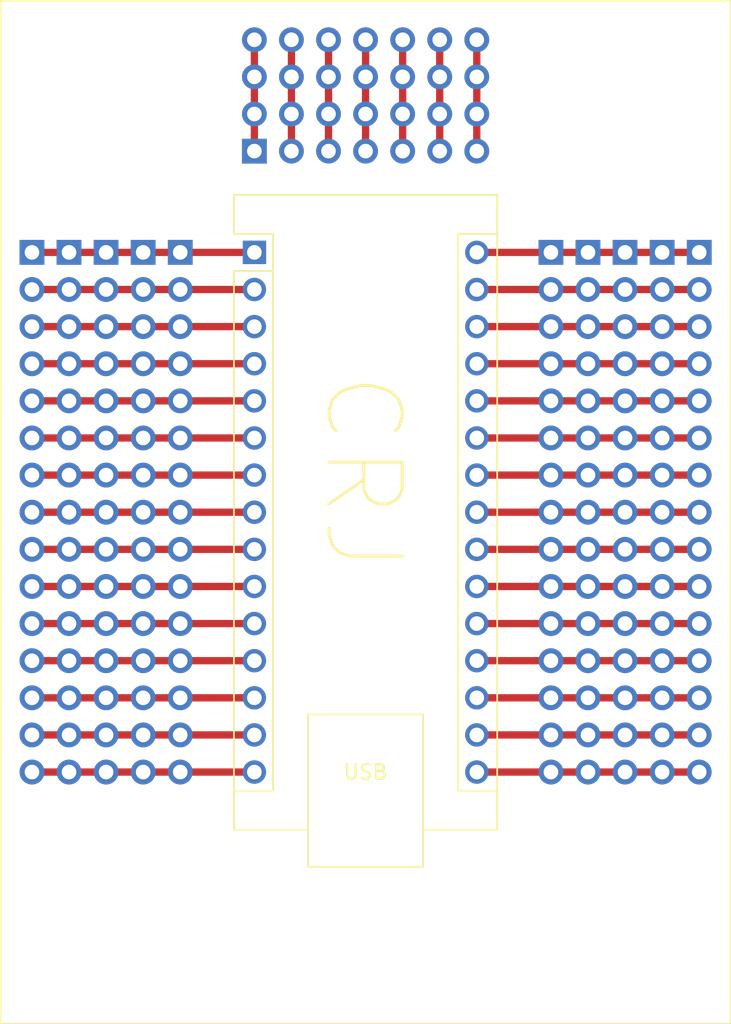
<source format=kicad_pcb>
(kicad_pcb (version 20241229) (generator "pcbnew") (generator_version "9.0")
  (layers (0 "F.Cu" signal) (2 "B.Cu" signal) (13 "F.Paste" user) (15 "B.Paste" user) (5 "F.SilkS" user "F.Silkscreen") (7 "B.SilkS" user "B.Silkscreen") (1 "F.Mask" user) (3 "B.Mask" user) (25 "Edge.Cuts" user))
  (net 0 "")
  (footprint "Footprints_cez:Arduino nano breakout_mount" (layer "F.Cu") (at 155 68)
    (property "Reference" "REF**" (hide yes))
    (property "Value" "Arduino nano breakout_mount" (hide yes))
    (fp_line (start -7.4 -5.97) (end -7.4 -3.3) (stroke (width 0.12)) (layer "F.SilkS"))
    (fp_line (start -7.4 -0.76) (end -7.4 37.47) (stroke (width 0.12)) (layer "F.SilkS"))
    (fp_line (start -7.4 37.47) (end -2.32 37.47) (stroke (width 0.12)) (layer "F.SilkS"))
    (fp_line (start -4.73 -3.3) (end -7.4 -3.3) (stroke (width 0.12)) (layer "F.SilkS"))
    (fp_line (start -4.73 -0.76) (end -7.4 -0.76) (stroke (width 0.12)) (layer "F.SilkS"))
    (fp_line (start -4.73 -0.76) (end -4.73 -3.3) (stroke (width 0.12)) (layer "F.SilkS"))
    (fp_line (start -4.73 -0.76) (end -4.73 34.8) (stroke (width 0.12)) (layer "F.SilkS"))
    (fp_line (start -4.73 34.8) (end -7.4 34.8) (stroke (width 0.12)) (layer "F.SilkS"))
    (fp_line (start -2.32 29.59) (end 5.56 29.59) (stroke (width 0.12)) (layer "F.SilkS"))
    (fp_line (start -2.32 40.01) (end -2.32 29.59) (stroke (width 0.12)) (layer "F.SilkS"))
    (fp_line (start 5.56 29.59) (end 5.56 40.01) (stroke (width 0.12)) (layer "F.SilkS"))
    (fp_line (start 5.56 40.01) (end -2.32 40.01) (stroke (width 0.12)) (layer "F.SilkS"))
    (fp_line (start 7.97 -3.3) (end 7.97 34.8) (stroke (width 0.12)) (layer "F.SilkS"))
    (fp_line (start 7.97 -3.3) (end 10.64 -3.3) (stroke (width 0.12)) (layer "F.SilkS"))
    (fp_line (start 7.97 34.8) (end 10.64 34.8) (stroke (width 0.12)) (layer "F.SilkS"))
    (fp_line (start 10.64 -5.97) (end -7.4 -5.97) (stroke (width 0.12)) (layer "F.SilkS"))
    (fp_line (start 10.64 37.47) (end 5.56 37.47) (stroke (width 0.12)) (layer "F.SilkS"))
    (fp_line (start 10.64 37.47) (end 10.64 -5.97) (stroke (width 0.12)) (layer "F.SilkS"))
    (fp_rect (start -23.38 -19.250375) (end 26.62 50.749625) (stroke (width 0.1)) (fill no) (layer "F.SilkS"))
    (fp_text user "CRJ" (at -1.5 6 270) (layer "F.SilkS") (effects (font (size 5 5) (thickness 0.2)) (justify left bottom)))
    (fp_text user "USB" (at 1.62 33.53 0) (layer "F.SilkS"))
    (pad "" np_thru_hole circle (at -15 -11.5) (size 2 2) (drill 2.7) (layers "*.Cu" "*.Mask"))
    (pad "" np_thru_hole circle (at -15 43) (size 2 2) (drill 2.7) (layers "*.Cu" "*.Mask"))
    (pad "" np_thru_hole circle (at 18.24 -11.5) (size 2 2) (drill 2.7) (layers "*.Cu" "*.Mask"))
    (pad "" np_thru_hole circle (at 18.24 43) (size 2 2) (drill 2.7) (layers "*.Cu" "*.Mask"))
    (pad "1" thru_hole rect (at -21.24 -2.03) (size 1.7 1.7) (drill 1) (layers "*.Cu" "*.Mask"))
    (pad "1" thru_hole rect (at -18.7 -2.03) (size 1.7 1.7) (drill 1) (layers "*.Cu" "*.Mask"))
    (pad "1" thru_hole rect (at -16.16 -2.03) (size 1.7 1.7) (drill 1) (layers "*.Cu" "*.Mask"))
    (pad "1" thru_hole rect (at -13.62 -2.03) (size 1.7 1.7) (drill 1) (layers "*.Cu" "*.Mask"))
    (pad "1" thru_hole rect (at -11.08 -2.03) (size 1.7 1.7) (drill 1) (layers "*.Cu" "*.Mask"))
    (pad "1" thru_hole circle (at -6 -14.04 90) (size 1.7 1.7) (drill 1) (layers "*.Cu" "*.Mask"))
    (pad "1" thru_hole rect (at -6 -8.96 90) (size 1.7 1.7) (drill 1) (layers "*.Cu" "*.Mask"))
    (pad "1" thru_hole rect (at -6 -2.03) (size 1.6 1.6) (drill 1) (layers "*.Cu" "*.Mask"))
    (pad "1" thru_hole rect (at 14.32 -2.03) (size 1.7 1.7) (drill 1) (layers "*.Cu" "*.Mask"))
    (pad "1" thru_hole rect (at 16.86 -2.03) (size 1.7 1.7) (drill 1) (layers "*.Cu" "*.Mask"))
    (pad "1" thru_hole rect (at 19.4 -2.03) (size 1.7 1.7) (drill 1) (layers "*.Cu" "*.Mask"))
    (pad "1" thru_hole rect (at 21.94 -2.03) (size 1.7 1.7) (drill 1) (layers "*.Cu" "*.Mask"))
    (pad "1" thru_hole rect (at 24.48 -2.03) (size 1.7 1.7) (drill 1) (layers "*.Cu" "*.Mask"))
    (pad "2" thru_hole oval (at -21.24 0.51) (size 1.7 1.7) (drill 1) (layers "*.Cu" "*.Mask"))
    (pad "2" thru_hole oval (at -18.7 0.51) (size 1.7 1.7) (drill 1) (layers "*.Cu" "*.Mask"))
    (pad "2" thru_hole oval (at -16.16 0.51) (size 1.7 1.7) (drill 1) (layers "*.Cu" "*.Mask"))
    (pad "2" thru_hole oval (at -13.62 0.51) (size 1.7 1.7) (drill 1) (layers "*.Cu" "*.Mask"))
    (pad "2" thru_hole oval (at -11.08 0.51) (size 1.7 1.7) (drill 1) (layers "*.Cu" "*.Mask"))
    (pad "2" thru_hole oval (at -6 -16.58 90) (size 1.7 1.7) (drill 1) (layers "*.Cu" "*.Mask"))
    (pad "2" thru_hole oval (at -6 -11.5 90) (size 1.7 1.7) (drill 1) (layers "*.Cu" "*.Mask"))
    (pad "2" thru_hole oval (at -6 0.51) (size 1.6 1.6) (drill 1) (layers "*.Cu" "*.Mask"))
    (pad "2" thru_hole oval (at 14.32 0.51) (size 1.7 1.7) (drill 1) (layers "*.Cu" "*.Mask"))
    (pad "2" thru_hole oval (at 16.86 0.51) (size 1.7 1.7) (drill 1) (layers "*.Cu" "*.Mask"))
    (pad "2" thru_hole oval (at 19.4 0.51) (size 1.7 1.7) (drill 1) (layers "*.Cu" "*.Mask"))
    (pad "2" thru_hole oval (at 21.94 0.51) (size 1.7 1.7) (drill 1) (layers "*.Cu" "*.Mask"))
    (pad "2" thru_hole oval (at 24.48 0.51) (size 1.7 1.7) (drill 1) (layers "*.Cu" "*.Mask"))
    (pad "3" thru_hole oval (at -21.24 3.05) (size 1.7 1.7) (drill 1) (layers "*.Cu" "*.Mask"))
    (pad "3" thru_hole oval (at -18.7 3.05) (size 1.7 1.7) (drill 1) (layers "*.Cu" "*.Mask"))
    (pad "3" thru_hole oval (at -16.16 3.05) (size 1.7 1.7) (drill 1) (layers "*.Cu" "*.Mask"))
    (pad "3" thru_hole oval (at -13.62 3.05) (size 1.7 1.7) (drill 1) (layers "*.Cu" "*.Mask"))
    (pad "3" thru_hole oval (at -11.08 3.05) (size 1.7 1.7) (drill 1) (layers "*.Cu" "*.Mask"))
    (pad "3" thru_hole oval (at -6 3.05) (size 1.6 1.6) (drill 1) (layers "*.Cu" "*.Mask"))
    (pad "3" thru_hole oval (at -3.46 -14.04 90) (size 1.7 1.7) (drill 1) (layers "*.Cu" "*.Mask"))
    (pad "3" thru_hole oval (at -3.46 -8.96 90) (size 1.7 1.7) (drill 1) (layers "*.Cu" "*.Mask"))
    (pad "3" thru_hole oval (at 14.32 3.05) (size 1.7 1.7) (drill 1) (layers "*.Cu" "*.Mask"))
    (pad "3" thru_hole oval (at 16.86 3.05) (size 1.7 1.7) (drill 1) (layers "*.Cu" "*.Mask"))
    (pad "3" thru_hole oval (at 19.4 3.05) (size 1.7 1.7) (drill 1) (layers "*.Cu" "*.Mask"))
    (pad "3" thru_hole oval (at 21.94 3.05) (size 1.7 1.7) (drill 1) (layers "*.Cu" "*.Mask"))
    (pad "3" thru_hole oval (at 24.48 3.05) (size 1.7 1.7) (drill 1) (layers "*.Cu" "*.Mask"))
    (pad "4" thru_hole oval (at -21.24 5.59) (size 1.7 1.7) (drill 1) (layers "*.Cu" "*.Mask"))
    (pad "4" thru_hole oval (at -18.7 5.59) (size 1.7 1.7) (drill 1) (layers "*.Cu" "*.Mask"))
    (pad "4" thru_hole oval (at -16.16 5.59) (size 1.7 1.7) (drill 1) (layers "*.Cu" "*.Mask"))
    (pad "4" thru_hole oval (at -13.62 5.59) (size 1.7 1.7) (drill 1) (layers "*.Cu" "*.Mask"))
    (pad "4" thru_hole oval (at -11.08 5.59) (size 1.7 1.7) (drill 1) (layers "*.Cu" "*.Mask"))
    (pad "4" thru_hole oval (at -6 5.59) (size 1.6 1.6) (drill 1) (layers "*.Cu" "*.Mask"))
    (pad "4" thru_hole oval (at -3.46 -16.58 90) (size 1.7 1.7) (drill 1) (layers "*.Cu" "*.Mask"))
    (pad "4" thru_hole oval (at -3.46 -11.5 90) (size 1.7 1.7) (drill 1) (layers "*.Cu" "*.Mask"))
    (pad "4" thru_hole oval (at 14.32 5.59) (size 1.7 1.7) (drill 1) (layers "*.Cu" "*.Mask"))
    (pad "4" thru_hole oval (at 16.86 5.59) (size 1.7 1.7) (drill 1) (layers "*.Cu" "*.Mask"))
    (pad "4" thru_hole oval (at 19.4 5.59) (size 1.7 1.7) (drill 1) (layers "*.Cu" "*.Mask"))
    (pad "4" thru_hole oval (at 21.94 5.59) (size 1.7 1.7) (drill 1) (layers "*.Cu" "*.Mask"))
    (pad "4" thru_hole oval (at 24.48 5.59) (size 1.7 1.7) (drill 1) (layers "*.Cu" "*.Mask"))
    (pad "5" thru_hole oval (at -21.24 8.13) (size 1.7 1.7) (drill 1) (layers "*.Cu" "*.Mask"))
    (pad "5" thru_hole oval (at -18.7 8.13) (size 1.7 1.7) (drill 1) (layers "*.Cu" "*.Mask"))
    (pad "5" thru_hole oval (at -16.16 8.13) (size 1.7 1.7) (drill 1) (layers "*.Cu" "*.Mask"))
    (pad "5" thru_hole oval (at -13.62 8.13) (size 1.7 1.7) (drill 1) (layers "*.Cu" "*.Mask"))
    (pad "5" thru_hole oval (at -11.08 8.13) (size 1.7 1.7) (drill 1) (layers "*.Cu" "*.Mask"))
    (pad "5" thru_hole oval (at -6 8.13) (size 1.6 1.6) (drill 1) (layers "*.Cu" "*.Mask"))
    (pad "5" thru_hole oval (at -0.92 -14.04 90) (size 1.7 1.7) (drill 1) (layers "*.Cu" "*.Mask"))
    (pad "5" thru_hole oval (at -0.92 -8.96 90) (size 1.7 1.7) (drill 1) (layers "*.Cu" "*.Mask"))
    (pad "5" thru_hole oval (at 14.32 8.13) (size 1.7 1.7) (drill 1) (layers "*.Cu" "*.Mask"))
    (pad "5" thru_hole oval (at 16.86 8.13) (size 1.7 1.7) (drill 1) (layers "*.Cu" "*.Mask"))
    (pad "5" thru_hole oval (at 19.4 8.13) (size 1.7 1.7) (drill 1) (layers "*.Cu" "*.Mask"))
    (pad "5" thru_hole oval (at 21.94 8.13) (size 1.7 1.7) (drill 1) (layers "*.Cu" "*.Mask"))
    (pad "5" thru_hole oval (at 24.48 8.13) (size 1.7 1.7) (drill 1) (layers "*.Cu" "*.Mask"))
    (pad "6" thru_hole oval (at -21.24 10.67) (size 1.7 1.7) (drill 1) (layers "*.Cu" "*.Mask"))
    (pad "6" thru_hole oval (at -18.7 10.67) (size 1.7 1.7) (drill 1) (layers "*.Cu" "*.Mask"))
    (pad "6" thru_hole oval (at -16.16 10.67) (size 1.7 1.7) (drill 1) (layers "*.Cu" "*.Mask"))
    (pad "6" thru_hole oval (at -13.62 10.67) (size 1.7 1.7) (drill 1) (layers "*.Cu" "*.Mask"))
    (pad "6" thru_hole oval (at -11.08 10.67) (size 1.7 1.7) (drill 1) (layers "*.Cu" "*.Mask"))
    (pad "6" thru_hole oval (at -6 10.67) (size 1.6 1.6) (drill 1) (layers "*.Cu" "*.Mask"))
    (pad "6" thru_hole oval (at -0.92 -16.58 90) (size 1.7 1.7) (drill 1) (layers "*.Cu" "*.Mask"))
    (pad "6" thru_hole oval (at -0.92 -11.5 90) (size 1.7 1.7) (drill 1) (layers "*.Cu" "*.Mask"))
    (pad "6" thru_hole oval (at 14.32 10.67) (size 1.7 1.7) (drill 1) (layers "*.Cu" "*.Mask"))
    (pad "6" thru_hole oval (at 16.86 10.67) (size 1.7 1.7) (drill 1) (layers "*.Cu" "*.Mask"))
    (pad "6" thru_hole oval (at 19.4 10.67) (size 1.7 1.7) (drill 1) (layers "*.Cu" "*.Mask"))
    (pad "6" thru_hole oval (at 21.94 10.67) (size 1.7 1.7) (drill 1) (layers "*.Cu" "*.Mask"))
    (pad "6" thru_hole oval (at 24.48 10.67) (size 1.7 1.7) (drill 1) (layers "*.Cu" "*.Mask"))
    (pad "7" thru_hole oval (at -21.24 13.21) (size 1.7 1.7) (drill 1) (layers "*.Cu" "*.Mask"))
    (pad "7" thru_hole oval (at -18.7 13.21) (size 1.7 1.7) (drill 1) (layers "*.Cu" "*.Mask"))
    (pad "7" thru_hole oval (at -16.16 13.21) (size 1.7 1.7) (drill 1) (layers "*.Cu" "*.Mask"))
    (pad "7" thru_hole oval (at -13.62 13.21) (size 1.7 1.7) (drill 1) (layers "*.Cu" "*.Mask"))
    (pad "7" thru_hole oval (at -11.08 13.21) (size 1.7 1.7) (drill 1) (layers "*.Cu" "*.Mask"))
    (pad "7" thru_hole oval (at -6 13.21) (size 1.6 1.6) (drill 1) (layers "*.Cu" "*.Mask"))
    (pad "7" thru_hole oval (at 1.62 -14.04 90) (size 1.7 1.7) (drill 1) (layers "*.Cu" "*.Mask"))
    (pad "7" thru_hole oval (at 1.62 -8.96 90) (size 1.7 1.7) (drill 1) (layers "*.Cu" "*.Mask"))
    (pad "7" thru_hole oval (at 14.32 13.21) (size 1.7 1.7) (drill 1) (layers "*.Cu" "*.Mask"))
    (pad "7" thru_hole oval (at 16.86 13.21) (size 1.7 1.7) (drill 1) (layers "*.Cu" "*.Mask"))
    (pad "7" thru_hole oval (at 19.4 13.21) (size 1.7 1.7) (drill 1) (layers "*.Cu" "*.Mask"))
    (pad "7" thru_hole oval (at 21.94 13.21) (size 1.7 1.7) (drill 1) (layers "*.Cu" "*.Mask"))
    (pad "7" thru_hole oval (at 24.48 13.21) (size 1.7 1.7) (drill 1) (layers "*.Cu" "*.Mask"))
    (pad "8" thru_hole oval (at -21.24 15.75) (size 1.7 1.7) (drill 1) (layers "*.Cu" "*.Mask"))
    (pad "8" thru_hole oval (at -18.7 15.75) (size 1.7 1.7) (drill 1) (layers "*.Cu" "*.Mask"))
    (pad "8" thru_hole oval (at -16.16 15.75) (size 1.7 1.7) (drill 1) (layers "*.Cu" "*.Mask"))
    (pad "8" thru_hole oval (at -13.62 15.75) (size 1.7 1.7) (drill 1) (layers "*.Cu" "*.Mask"))
    (pad "8" thru_hole oval (at -11.08 15.75) (size 1.7 1.7) (drill 1) (layers "*.Cu" "*.Mask"))
    (pad "8" thru_hole oval (at -6 15.75) (size 1.6 1.6) (drill 1) (layers "*.Cu" "*.Mask"))
    (pad "8" thru_hole oval (at 1.62 -16.58 90) (size 1.7 1.7) (drill 1) (layers "*.Cu" "*.Mask"))
    (pad "8" thru_hole oval (at 1.62 -11.5 90) (size 1.7 1.7) (drill 1) (layers "*.Cu" "*.Mask"))
    (pad "8" thru_hole oval (at 14.32 15.75) (size 1.7 1.7) (drill 1) (layers "*.Cu" "*.Mask"))
    (pad "8" thru_hole oval (at 16.86 15.75) (size 1.7 1.7) (drill 1) (layers "*.Cu" "*.Mask"))
    (pad "8" thru_hole oval (at 19.4 15.75) (size 1.7 1.7) (drill 1) (layers "*.Cu" "*.Mask"))
    (pad "8" thru_hole oval (at 21.94 15.75) (size 1.7 1.7) (drill 1) (layers "*.Cu" "*.Mask"))
    (pad "8" thru_hole oval (at 24.48 15.75) (size 1.7 1.7) (drill 1) (layers "*.Cu" "*.Mask"))
    (pad "9" thru_hole oval (at -21.24 18.29) (size 1.7 1.7) (drill 1) (layers "*.Cu" "*.Mask"))
    (pad "9" thru_hole oval (at -18.7 18.29) (size 1.7 1.7) (drill 1) (layers "*.Cu" "*.Mask"))
    (pad "9" thru_hole oval (at -16.16 18.29) (size 1.7 1.7) (drill 1) (layers "*.Cu" "*.Mask"))
    (pad "9" thru_hole oval (at -13.62 18.29) (size 1.7 1.7) (drill 1) (layers "*.Cu" "*.Mask"))
    (pad "9" thru_hole oval (at -11.08 18.29) (size 1.7 1.7) (drill 1) (layers "*.Cu" "*.Mask"))
    (pad "9" thru_hole oval (at -6 18.29) (size 1.6 1.6) (drill 1) (layers "*.Cu" "*.Mask"))
    (pad "9" thru_hole oval (at 4.16 -14.04 90) (size 1.7 1.7) (drill 1) (layers "*.Cu" "*.Mask"))
    (pad "9" thru_hole oval (at 4.16 -8.96 90) (size 1.7 1.7) (drill 1) (layers "*.Cu" "*.Mask"))
    (pad "9" thru_hole oval (at 14.32 18.29) (size 1.7 1.7) (drill 1) (layers "*.Cu" "*.Mask"))
    (pad "9" thru_hole oval (at 16.86 18.29) (size 1.7 1.7) (drill 1) (layers "*.Cu" "*.Mask"))
    (pad "9" thru_hole oval (at 19.4 18.29) (size 1.7 1.7) (drill 1) (layers "*.Cu" "*.Mask"))
    (pad "9" thru_hole oval (at 21.94 18.29) (size 1.7 1.7) (drill 1) (layers "*.Cu" "*.Mask"))
    (pad "9" thru_hole oval (at 24.48 18.29) (size 1.7 1.7) (drill 1) (layers "*.Cu" "*.Mask"))
    (pad "10" thru_hole oval (at -21.24 20.83) (size 1.7 1.7) (drill 1) (layers "*.Cu" "*.Mask"))
    (pad "10" thru_hole oval (at -18.7 20.83) (size 1.7 1.7) (drill 1) (layers "*.Cu" "*.Mask"))
    (pad "10" thru_hole oval (at -16.16 20.83) (size 1.7 1.7) (drill 1) (layers "*.Cu" "*.Mask"))
    (pad "10" thru_hole oval (at -13.62 20.83) (size 1.7 1.7) (drill 1) (layers "*.Cu" "*.Mask"))
    (pad "10" thru_hole oval (at -11.08 20.83) (size 1.7 1.7) (drill 1) (layers "*.Cu" "*.Mask"))
    (pad "10" thru_hole oval (at -6 20.83) (size 1.6 1.6) (drill 1) (layers "*.Cu" "*.Mask"))
    (pad "10" thru_hole oval (at 4.16 -16.58 90) (size 1.7 1.7) (drill 1) (layers "*.Cu" "*.Mask"))
    (pad "10" thru_hole oval (at 4.16 -11.5 90) (size 1.7 1.7) (drill 1) (layers "*.Cu" "*.Mask"))
    (pad "10" thru_hole oval (at 14.32 20.83) (size 1.7 1.7) (drill 1) (layers "*.Cu" "*.Mask"))
    (pad "10" thru_hole oval (at 16.86 20.83) (size 1.7 1.7) (drill 1) (layers "*.Cu" "*.Mask"))
    (pad "10" thru_hole oval (at 19.4 20.83) (size 1.7 1.7) (drill 1) (layers "*.Cu" "*.Mask"))
    (pad "10" thru_hole oval (at 21.94 20.83) (size 1.7 1.7) (drill 1) (layers "*.Cu" "*.Mask"))
    (pad "10" thru_hole oval (at 24.48 20.83) (size 1.7 1.7) (drill 1) (layers "*.Cu" "*.Mask"))
    (pad "11" thru_hole oval (at -21.24 23.37) (size 1.7 1.7) (drill 1) (layers "*.Cu" "*.Mask"))
    (pad "11" thru_hole oval (at -18.7 23.37) (size 1.7 1.7) (drill 1) (layers "*.Cu" "*.Mask"))
    (pad "11" thru_hole oval (at -16.16 23.37) (size 1.7 1.7) (drill 1) (layers "*.Cu" "*.Mask"))
    (pad "11" thru_hole oval (at -13.62 23.37) (size 1.7 1.7) (drill 1) (layers "*.Cu" "*.Mask"))
    (pad "11" thru_hole oval (at -11.08 23.37) (size 1.7 1.7) (drill 1) (layers "*.Cu" "*.Mask"))
    (pad "11" thru_hole oval (at -6 23.37) (size 1.6 1.6) (drill 1) (layers "*.Cu" "*.Mask"))
    (pad "11" thru_hole oval (at 6.7 -14.04 90) (size 1.7 1.7) (drill 1) (layers "*.Cu" "*.Mask"))
    (pad "11" thru_hole oval (at 6.7 -8.96 90) (size 1.7 1.7) (drill 1) (layers "*.Cu" "*.Mask"))
    (pad "11" thru_hole oval (at 14.32 23.37) (size 1.7 1.7) (drill 1) (layers "*.Cu" "*.Mask"))
    (pad "11" thru_hole oval (at 16.86 23.37) (size 1.7 1.7) (drill 1) (layers "*.Cu" "*.Mask"))
    (pad "11" thru_hole oval (at 19.4 23.37) (size 1.7 1.7) (drill 1) (layers "*.Cu" "*.Mask"))
    (pad "11" thru_hole oval (at 21.94 23.37) (size 1.7 1.7) (drill 1) (layers "*.Cu" "*.Mask"))
    (pad "11" thru_hole oval (at 24.48 23.37) (size 1.7 1.7) (drill 1) (layers "*.Cu" "*.Mask"))
    (pad "12" thru_hole oval (at -21.24 25.91) (size 1.7 1.7) (drill 1) (layers "*.Cu" "*.Mask"))
    (pad "12" thru_hole oval (at -18.7 25.91) (size 1.7 1.7) (drill 1) (layers "*.Cu" "*.Mask"))
    (pad "12" thru_hole oval (at -16.16 25.91) (size 1.7 1.7) (drill 1) (layers "*.Cu" "*.Mask"))
    (pad "12" thru_hole oval (at -13.62 25.91) (size 1.7 1.7) (drill 1) (layers "*.Cu" "*.Mask"))
    (pad "12" thru_hole oval (at -11.08 25.91) (size 1.7 1.7) (drill 1) (layers "*.Cu" "*.Mask"))
    (pad "12" thru_hole oval (at -6 25.91) (size 1.6 1.6) (drill 1) (layers "*.Cu" "*.Mask"))
    (pad "12" thru_hole oval (at 6.7 -16.58 90) (size 1.7 1.7) (drill 1) (layers "*.Cu" "*.Mask"))
    (pad "12" thru_hole oval (at 6.7 -11.5 90) (size 1.7 1.7) (drill 1) (layers "*.Cu" "*.Mask"))
    (pad "12" thru_hole oval (at 14.32 25.91) (size 1.7 1.7) (drill 1) (layers "*.Cu" "*.Mask"))
    (pad "12" thru_hole oval (at 16.86 25.91) (size 1.7 1.7) (drill 1) (layers "*.Cu" "*.Mask"))
    (pad "12" thru_hole oval (at 19.4 25.91) (size 1.7 1.7) (drill 1) (layers "*.Cu" "*.Mask"))
    (pad "12" thru_hole oval (at 21.94 25.91) (size 1.7 1.7) (drill 1) (layers "*.Cu" "*.Mask"))
    (pad "12" thru_hole oval (at 24.48 25.91) (size 1.7 1.7) (drill 1) (layers "*.Cu" "*.Mask"))
    (pad "13" thru_hole oval (at -21.24 28.45) (size 1.7 1.7) (drill 1) (layers "*.Cu" "*.Mask"))
    (pad "13" thru_hole oval (at -18.7 28.45) (size 1.7 1.7) (drill 1) (layers "*.Cu" "*.Mask"))
    (pad "13" thru_hole oval (at -16.16 28.45) (size 1.7 1.7) (drill 1) (layers "*.Cu" "*.Mask"))
    (pad "13" thru_hole oval (at -13.62 28.45) (size 1.7 1.7) (drill 1) (layers "*.Cu" "*.Mask"))
    (pad "13" thru_hole oval (at -11.08 28.45) (size 1.7 1.7) (drill 1) (layers "*.Cu" "*.Mask"))
    (pad "13" thru_hole oval (at -6 28.45) (size 1.6 1.6) (drill 1) (layers "*.Cu" "*.Mask"))
    (pad "13" thru_hole oval (at 9.24 -14.04 90) (size 1.7 1.7) (drill 1) (layers "*.Cu" "*.Mask"))
    (pad "13" thru_hole oval (at 9.24 -8.96 90) (size 1.7 1.7) (drill 1) (layers "*.Cu" "*.Mask"))
    (pad "13" thru_hole oval (at 14.32 28.45) (size 1.7 1.7) (drill 1) (layers "*.Cu" "*.Mask"))
    (pad "13" thru_hole oval (at 16.86 28.45) (size 1.7 1.7) (drill 1) (layers "*.Cu" "*.Mask"))
    (pad "13" thru_hole oval (at 19.4 28.45) (size 1.7 1.7) (drill 1) (layers "*.Cu" "*.Mask"))
    (pad "13" thru_hole oval (at 21.94 28.45) (size 1.7 1.7) (drill 1) (layers "*.Cu" "*.Mask"))
    (pad "13" thru_hole oval (at 24.48 28.45) (size 1.7 1.7) (drill 1) (layers "*.Cu" "*.Mask"))
    (pad "14" thru_hole oval (at -21.24 30.99) (size 1.7 1.7) (drill 1) (layers "*.Cu" "*.Mask"))
    (pad "14" thru_hole oval (at -18.7 30.99) (size 1.7 1.7) (drill 1) (layers "*.Cu" "*.Mask"))
    (pad "14" thru_hole oval (at -16.16 30.99) (size 1.7 1.7) (drill 1) (layers "*.Cu" "*.Mask"))
    (pad "14" thru_hole oval (at -13.62 30.99) (size 1.7 1.7) (drill 1) (layers "*.Cu" "*.Mask"))
    (pad "14" thru_hole oval (at -11.08 30.99) (size 1.7 1.7) (drill 1) (layers "*.Cu" "*.Mask"))
    (pad "14" thru_hole oval (at -6 30.99) (size 1.6 1.6) (drill 1) (layers "*.Cu" "*.Mask"))
    (pad "14" thru_hole oval (at 9.24 -16.58 90) (size 1.7 1.7) (drill 1) (layers "*.Cu" "*.Mask"))
    (pad "14" thru_hole oval (at 9.24 -11.5 90) (size 1.7 1.7) (drill 1) (layers "*.Cu" "*.Mask"))
    (pad "14" thru_hole oval (at 14.32 30.99) (size 1.7 1.7) (drill 1) (layers "*.Cu" "*.Mask"))
    (pad "14" thru_hole oval (at 16.86 30.99) (size 1.7 1.7) (drill 1) (layers "*.Cu" "*.Mask"))
    (pad "14" thru_hole oval (at 19.4 30.99) (size 1.7 1.7) (drill 1) (layers "*.Cu" "*.Mask"))
    (pad "14" thru_hole oval (at 21.94 30.99) (size 1.7 1.7) (drill 1) (layers "*.Cu" "*.Mask"))
    (pad "14" thru_hole oval (at 24.48 30.99) (size 1.7 1.7) (drill 1) (layers "*.Cu" "*.Mask"))
    (pad "15" thru_hole oval (at -21.24 33.53) (size 1.7 1.7) (drill 1) (layers "*.Cu" "*.Mask"))
    (pad "15" thru_hole oval (at -18.7 33.53) (size 1.7 1.7) (drill 1) (layers "*.Cu" "*.Mask"))
    (pad "15" thru_hole oval (at -16.16 33.53) (size 1.7 1.7) (drill 1) (layers "*.Cu" "*.Mask"))
    (pad "15" thru_hole oval (at -13.62 33.53) (size 1.7 1.7) (drill 1) (layers "*.Cu" "*.Mask"))
    (pad "15" thru_hole oval (at -11.08 33.53) (size 1.7 1.7) (drill 1) (layers "*.Cu" "*.Mask"))
    (pad "15" thru_hole oval (at -6 33.53) (size 1.6 1.6) (drill 1) (layers "*.Cu" "*.Mask"))
    (pad "15" thru_hole oval (at 14.32 33.53) (size 1.7 1.7) (drill 1) (layers "*.Cu" "*.Mask"))
    (pad "15" thru_hole oval (at 16.86 33.53) (size 1.7 1.7) (drill 1) (layers "*.Cu" "*.Mask"))
    (pad "15" thru_hole oval (at 19.4 33.53) (size 1.7 1.7) (drill 1) (layers "*.Cu" "*.Mask"))
    (pad "15" thru_hole oval (at 21.94 33.53) (size 1.7 1.7) (drill 1) (layers "*.Cu" "*.Mask"))
    (pad "15" thru_hole oval (at 24.48 33.53) (size 1.7 1.7) (drill 1) (layers "*.Cu" "*.Mask"))
    (pad "16" thru_hole oval (at 9.24 33.53) (size 1.6 1.6) (drill 1) (layers "*.Cu" "*.Mask"))
    (pad "17" thru_hole oval (at 9.24 30.99) (size 1.6 1.6) (drill 1) (layers "*.Cu" "*.Mask"))
    (pad "18" thru_hole oval (at 9.24 28.45) (size 1.6 1.6) (drill 1) (layers "*.Cu" "*.Mask"))
    (pad "19" thru_hole oval (at 9.24 25.91) (size 1.6 1.6) (drill 1) (layers "*.Cu" "*.Mask"))
    (pad "20" thru_hole oval (at 9.24 23.37) (size 1.6 1.6) (drill 1) (layers "*.Cu" "*.Mask"))
    (pad "21" thru_hole oval (at 9.24 20.83) (size 1.6 1.6) (drill 1) (layers "*.Cu" "*.Mask"))
    (pad "22" thru_hole oval (at 9.24 18.29) (size 1.6 1.6) (drill 1) (layers "*.Cu" "*.Mask"))
    (pad "23" thru_hole oval (at 9.24 15.75) (size 1.6 1.6) (drill 1) (layers "*.Cu" "*.Mask"))
    (pad "24" thru_hole oval (at 9.24 13.21) (size 1.6 1.6) (drill 1) (layers "*.Cu" "*.Mask"))
    (pad "25" thru_hole oval (at 9.24 10.67) (size 1.6 1.6) (drill 1) (layers "*.Cu" "*.Mask"))
    (pad "26" thru_hole oval (at 9.24 8.13) (size 1.6 1.6) (drill 1) (layers "*.Cu" "*.Mask"))
    (pad "27" thru_hole oval (at 9.24 5.59) (size 1.6 1.6) (drill 1) (layers "*.Cu" "*.Mask"))
    (pad "28" thru_hole oval (at 9.24 3.05) (size 1.6 1.6) (drill 1) (layers "*.Cu" "*.Mask"))
    (pad "29" thru_hole oval (at 9.24 0.51) (size 1.6 1.6) (drill 1) (layers "*.Cu" "*.Mask"))
    (pad "30" thru_hole oval (at 9.24 -2.03) (size 1.6 1.6) (drill 1) (layers "*.Cu" "*.Mask"))
  )
  (segment (start 179.48 81.21) (end 164.24 81.21) (width 0.5) (layer "F.Cu") (net 0))
  (segment (start 151.54 59.04) (end 151.54 51.42) (width 0.5) (layer "F.Cu") (net 0))
  (segment (start 179.48 65.97) (end 164.24 65.97) (width 0.5) (layer "F.Cu") (net 0))
  (segment (start 179.48 86.29) (end 164.24 86.29) (width 0.5) (layer "F.Cu") (net 0))
  (segment (start 133.76 71.05) (end 149 71.05) (width 0.5) (layer "F.Cu") (net 0))
  (segment (start 156.62 59.04) (end 156.62 51.42) (width 0.5) (layer "F.Cu") (net 0))
  (segment (start 149 78.67) (end 133.76 78.67) (width 0.5) (layer "F.Cu") (net 0))
  (segment (start 164.24 83.75) (end 179.48 83.75) (width 0.5) (layer "F.Cu") (net 0))
  (segment (start 161.7 59.04) (end 161.7 51.42) (width 0.5) (layer "F.Cu") (net 0))
  (segment (start 164.24 93.91) (end 179.48 93.91) (width 0.5) (layer "F.Cu") (net 0))
  (segment (start 179.48 101.53) (end 164.24 101.53) (width 0.5) (layer "F.Cu") (net 0))
  (segment (start 149 93.91) (end 133.76 93.91) (width 0.5) (layer "F.Cu") (net 0))
  (segment (start 133.76 91.37) (end 149 91.37) (width 0.5) (layer "F.Cu") (net 0))
  (segment (start 159.16 51.42) (end 159.16 59.04) (width 0.5) (layer "F.Cu") (net 0))
  (segment (start 179.48 71.05) (end 164.24 71.05) (width 0.5) (layer "F.Cu") (net 0))
  (segment (start 133.76 81.21) (end 149 81.21) (width 0.5) (layer "F.Cu") (net 0))
  (segment (start 164.24 98.99) (end 179.48 98.99) (width 0.5) (layer "F.Cu") (net 0))
  (segment (start 149 88.83) (end 133.76 88.83) (width 0.5) (layer "F.Cu") (net 0))
  (segment (start 133.76 86.29) (end 149 86.29) (width 0.5) (layer "F.Cu") (net 0))
  (segment (start 164.24 51.42) (end 164.24 59.04) (width 0.5) (layer "F.Cu") (net 0))
  (segment (start 149 83.75) (end 133.76 83.75) (width 0.5) (layer "F.Cu") (net 0))
  (segment (start 133.76 101.53) (end 149 101.53) (width 0.5) (layer "F.Cu") (net 0))
  (segment (start 179.48 96.45) (end 164.24 96.45) (width 0.5) (layer "F.Cu") (net 0))
  (segment (start 164.24 68.51) (end 179.48 68.51) (width 0.5) (layer "F.Cu") (net 0))
  (segment (start 164.24 73.59) (end 179.48 73.59) (width 0.5) (layer "F.Cu") (net 0))
  (segment (start 133.76 96.45) (end 149 96.45) (width 0.5) (layer "F.Cu") (net 0))
  (segment (start 179.48 91.37) (end 164.24 91.37) (width 0.5) (layer "F.Cu") (net 0))
  (segment (start 164.24 88.83) (end 179.48 88.83) (width 0.5) (layer "F.Cu") (net 0))
  (segment (start 149 68.51) (end 133.76 68.51) (width 0.5) (layer "F.Cu") (net 0))
  (segment (start 133.76 76.13) (end 149 76.13) (width 0.5) (layer "F.Cu") (net 0))
  (segment (start 154.08 51.42) (end 154.08 59.04) (width 0.5) (layer "F.Cu") (net 0))
  (segment (start 149 73.59) (end 133.76 73.59) (width 0.5) (layer "F.Cu") (net 0))
  (segment (start 149 98.99) (end 133.76 98.99) (width 0.5) (layer "F.Cu") (net 0))
  (segment (start 133.76 65.97) (end 149 65.97) (width 0.5) (layer "F.Cu") (net 0))
  (segment (start 179.48 76.13) (end 164.24 76.13) (width 0.5) (layer "F.Cu") (net 0))
  (segment (start 164.24 78.67) (end 179.48 78.67) (width 0.5) (layer "F.Cu") (net 0))
  (segment (start 149 51.42) (end 149 59.04) (width 0.5) (layer "F.Cu") (net 0))
)
</source>
